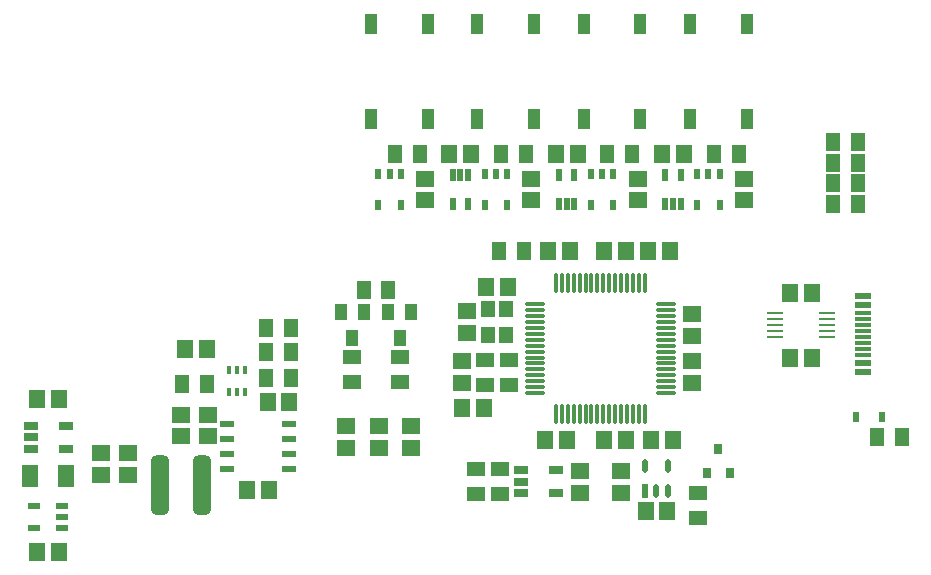
<source format=gtp>
G04*
G04 #@! TF.GenerationSoftware,Altium Limited,Altium Designer,21.0.8 (223)*
G04*
G04 Layer_Color=8421504*
%FSLAX44Y44*%
%MOMM*%
G71*
G04*
G04 #@! TF.SameCoordinates,9BFC2460-0098-4CE8-B359-2686C5D326B4*
G04*
G04*
G04 #@! TF.FilePolarity,Positive*
G04*
G01*
G75*
%ADD16R,1.5000X1.2000*%
%ADD17R,1.2000X1.5000*%
%ADD18R,0.6300X0.8300*%
%ADD19R,0.8000X0.9000*%
%ADD20R,1.4500X1.5000*%
%ADD21R,0.5298X1.1556*%
G04:AMPARAMS|DCode=22|XSize=1.1556mm|YSize=0.5298mm|CornerRadius=0.2649mm|HoleSize=0mm|Usage=FLASHONLY|Rotation=90.000|XOffset=0mm|YOffset=0mm|HoleType=Round|Shape=RoundedRectangle|*
%AMROUNDEDRECTD22*
21,1,1.1556,0.0000,0,0,90.0*
21,1,0.6258,0.5298,0,0,90.0*
1,1,0.5298,0.0000,0.3129*
1,1,0.5298,0.0000,-0.3129*
1,1,0.5298,0.0000,-0.3129*
1,1,0.5298,0.0000,0.3129*
%
%ADD22ROUNDEDRECTD22*%
%ADD23R,1.5000X1.4500*%
G04:AMPARAMS|DCode=24|XSize=0.65mm|YSize=1.2mm|CornerRadius=0.0488mm|HoleSize=0mm|Usage=FLASHONLY|Rotation=90.000|XOffset=0mm|YOffset=0mm|HoleType=Round|Shape=RoundedRectangle|*
%AMROUNDEDRECTD24*
21,1,0.6500,1.1025,0,0,90.0*
21,1,0.5525,1.2000,0,0,90.0*
1,1,0.0975,0.5513,0.2763*
1,1,0.0975,0.5513,-0.2763*
1,1,0.0975,-0.5513,-0.2763*
1,1,0.0975,-0.5513,0.2763*
%
%ADD24ROUNDEDRECTD24*%
%ADD25R,1.1000X1.8000*%
%ADD26R,1.4500X0.6000*%
%ADD27R,1.4500X0.3000*%
G04:AMPARAMS|DCode=28|XSize=1.5mm|YSize=5mm|CornerRadius=0.375mm|HoleSize=0mm|Usage=FLASHONLY|Rotation=180.000|XOffset=0mm|YOffset=0mm|HoleType=Round|Shape=RoundedRectangle|*
%AMROUNDEDRECTD28*
21,1,1.5000,4.2500,0,0,180.0*
21,1,0.7500,5.0000,0,0,180.0*
1,1,0.7500,-0.3750,2.1250*
1,1,0.7500,0.3750,2.1250*
1,1,0.7500,0.3750,-2.1250*
1,1,0.7500,-0.3750,-2.1250*
%
%ADD28ROUNDEDRECTD28*%
%ADD29R,1.2000X1.4000*%
%ADD30R,1.0000X0.6000*%
%ADD31O,1.4000X0.2500*%
%ADD32R,0.4000X0.6500*%
G04:AMPARAMS|DCode=33|XSize=0.55mm|YSize=1.25mm|CornerRadius=0.0495mm|HoleSize=0mm|Usage=FLASHONLY|Rotation=270.000|XOffset=0mm|YOffset=0mm|HoleType=Round|Shape=RoundedRectangle|*
%AMROUNDEDRECTD33*
21,1,0.5500,1.1510,0,0,270.0*
21,1,0.4510,1.2500,0,0,270.0*
1,1,0.0990,-0.5755,-0.2255*
1,1,0.0990,-0.5755,0.2255*
1,1,0.0990,0.5755,0.2255*
1,1,0.0990,0.5755,-0.2255*
%
%ADD33ROUNDEDRECTD33*%
G04:AMPARAMS|DCode=34|XSize=0.55mm|YSize=0.8mm|CornerRadius=0.0495mm|HoleSize=0mm|Usage=FLASHONLY|Rotation=0.000|XOffset=0mm|YOffset=0mm|HoleType=Round|Shape=RoundedRectangle|*
%AMROUNDEDRECTD34*
21,1,0.5500,0.7010,0,0,0.0*
21,1,0.4510,0.8000,0,0,0.0*
1,1,0.0990,0.2255,-0.3505*
1,1,0.0990,-0.2255,-0.3505*
1,1,0.0990,-0.2255,0.3505*
1,1,0.0990,0.2255,0.3505*
%
%ADD34ROUNDEDRECTD34*%
G04:AMPARAMS|DCode=35|XSize=0.45mm|YSize=1.05mm|CornerRadius=0.0495mm|HoleSize=0mm|Usage=FLASHONLY|Rotation=0.000|XOffset=0mm|YOffset=0mm|HoleType=Round|Shape=RoundedRectangle|*
%AMROUNDEDRECTD35*
21,1,0.4500,0.9510,0,0,0.0*
21,1,0.3510,1.0500,0,0,0.0*
1,1,0.0990,0.1755,-0.4755*
1,1,0.0990,-0.1755,-0.4755*
1,1,0.0990,-0.1755,0.4755*
1,1,0.0990,0.1755,0.4755*
%
%ADD35ROUNDEDRECTD35*%
%ADD36O,1.8000X0.3000*%
%ADD37O,0.3000X1.8000*%
%ADD38R,1.3500X1.8500*%
%ADD39R,1.0000X1.4000*%
D16*
X787500Y65500D02*
D03*
Y44500D02*
D03*
X600000Y85500D02*
D03*
Y64500D02*
D03*
X620000D02*
D03*
Y85500D02*
D03*
X535000Y159500D02*
D03*
Y180500D02*
D03*
X495000Y159500D02*
D03*
Y180500D02*
D03*
X627500Y178000D02*
D03*
Y157000D02*
D03*
X607500Y178000D02*
D03*
Y157000D02*
D03*
D17*
X960500Y112500D02*
D03*
X939500D02*
D03*
X531000Y352250D02*
D03*
X552000D02*
D03*
X621000D02*
D03*
X642000D02*
D03*
X711000D02*
D03*
X732000D02*
D03*
X801000D02*
D03*
X822000D02*
D03*
X640500Y270000D02*
D03*
X619500D02*
D03*
X525500Y237500D02*
D03*
X504500D02*
D03*
X422000Y205000D02*
D03*
X443000D02*
D03*
X422000Y185000D02*
D03*
X443000D02*
D03*
X443000Y162500D02*
D03*
X422000D02*
D03*
X371750Y158000D02*
D03*
X350750D02*
D03*
X923000Y310000D02*
D03*
X902000D02*
D03*
X923000Y327500D02*
D03*
X902000D02*
D03*
X923000Y345000D02*
D03*
X902000D02*
D03*
X923000Y362500D02*
D03*
X902000D02*
D03*
D18*
X943650Y130000D02*
D03*
X921350D02*
D03*
D19*
X805000Y102500D02*
D03*
X814500Y82500D02*
D03*
X795500D02*
D03*
D20*
X748250Y110000D02*
D03*
X766750D02*
D03*
X708250D02*
D03*
X726750D02*
D03*
X676750D02*
D03*
X658250D02*
D03*
X743250Y50000D02*
D03*
X761750D02*
D03*
X595750Y352250D02*
D03*
X577250D02*
D03*
X685750D02*
D03*
X667250D02*
D03*
X775750D02*
D03*
X757250D02*
D03*
X884250Y235000D02*
D03*
X865750D02*
D03*
X764250Y270000D02*
D03*
X745750D02*
D03*
X708250D02*
D03*
X726750D02*
D03*
X660750D02*
D03*
X679250D02*
D03*
X608250Y240000D02*
D03*
X626750D02*
D03*
X606750Y137500D02*
D03*
X588250D02*
D03*
X405750Y67500D02*
D03*
X424250D02*
D03*
X246750Y145000D02*
D03*
X228250D02*
D03*
X371750Y187500D02*
D03*
X353250D02*
D03*
X441750Y142500D02*
D03*
X423250D02*
D03*
X228250Y15000D02*
D03*
X246750D02*
D03*
X865750Y180000D02*
D03*
X884250D02*
D03*
D21*
X743000Y66747D02*
D03*
D22*
X752500D02*
D03*
X762000D02*
D03*
Y88253D02*
D03*
X743000D02*
D03*
D23*
X722500Y84250D02*
D03*
Y65750D02*
D03*
X687500D02*
D03*
Y84250D02*
D03*
X782500Y158250D02*
D03*
Y176750D02*
D03*
Y216750D02*
D03*
Y198250D02*
D03*
X592500Y200750D02*
D03*
Y219250D02*
D03*
X587500Y158250D02*
D03*
Y176750D02*
D03*
X305000Y80750D02*
D03*
Y99250D02*
D03*
X282500Y80750D02*
D03*
Y99250D02*
D03*
X350000Y113250D02*
D03*
Y131750D02*
D03*
X372500Y113250D02*
D03*
Y131750D02*
D03*
X545000Y103250D02*
D03*
Y121750D02*
D03*
X517500Y103250D02*
D03*
Y121750D02*
D03*
X490000Y103250D02*
D03*
Y121750D02*
D03*
X826500Y331500D02*
D03*
Y313000D02*
D03*
X736500Y331500D02*
D03*
Y313000D02*
D03*
X646500Y331500D02*
D03*
Y313000D02*
D03*
X556500Y331500D02*
D03*
Y313000D02*
D03*
D24*
X637750Y84500D02*
D03*
Y75000D02*
D03*
Y65500D02*
D03*
X667250D02*
D03*
Y84500D02*
D03*
X252250Y122000D02*
D03*
Y103000D02*
D03*
X222750D02*
D03*
Y112500D02*
D03*
Y122000D02*
D03*
D25*
X690950Y462010D02*
D03*
X738950D02*
D03*
X690950Y382010D02*
D03*
X738950Y382010D02*
D03*
X780950Y462010D02*
D03*
X828950D02*
D03*
X780950Y382010D02*
D03*
X828950Y382010D02*
D03*
X600950Y462010D02*
D03*
X648950D02*
D03*
X600950Y382010D02*
D03*
X648950Y382010D02*
D03*
X510950Y462010D02*
D03*
X558950D02*
D03*
X510950Y382010D02*
D03*
X558950Y382010D02*
D03*
D26*
X927250Y175500D02*
D03*
Y167500D02*
D03*
Y224500D02*
D03*
Y232500D02*
D03*
D27*
Y192500D02*
D03*
Y187500D02*
D03*
Y182500D02*
D03*
Y207500D02*
D03*
Y212500D02*
D03*
Y217500D02*
D03*
Y202500D02*
D03*
Y197500D02*
D03*
D28*
X367500Y72500D02*
D03*
X332500D02*
D03*
D29*
X625500Y199000D02*
D03*
Y221000D02*
D03*
X609500Y199000D02*
D03*
Y221000D02*
D03*
D30*
X225500Y35500D02*
D03*
Y54500D02*
D03*
X249500D02*
D03*
Y45000D02*
D03*
Y35500D02*
D03*
D31*
X897000Y197500D02*
D03*
Y202500D02*
D03*
Y207500D02*
D03*
Y212500D02*
D03*
Y217500D02*
D03*
X853000Y197500D02*
D03*
Y202500D02*
D03*
Y207500D02*
D03*
Y212500D02*
D03*
Y217500D02*
D03*
D32*
X404000Y169500D02*
D03*
X397500D02*
D03*
X391000D02*
D03*
Y150500D02*
D03*
X397500D02*
D03*
X404000D02*
D03*
D33*
X388750Y124050D02*
D03*
Y111350D02*
D03*
Y98650D02*
D03*
Y85950D02*
D03*
X441250Y124050D02*
D03*
Y111350D02*
D03*
Y98650D02*
D03*
Y85950D02*
D03*
D34*
X536000Y335000D02*
D03*
X526500D02*
D03*
X517000D02*
D03*
Y309500D02*
D03*
X536000D02*
D03*
X626000Y335000D02*
D03*
X616500D02*
D03*
X607000D02*
D03*
Y309500D02*
D03*
X626000D02*
D03*
X716000Y335000D02*
D03*
X706500D02*
D03*
X697000D02*
D03*
Y309500D02*
D03*
X716000D02*
D03*
X806000Y335000D02*
D03*
X796500D02*
D03*
X787000D02*
D03*
Y309500D02*
D03*
X806000D02*
D03*
D35*
X593000Y334500D02*
D03*
X586500D02*
D03*
X580000D02*
D03*
Y310000D02*
D03*
X593000D02*
D03*
X670000Y310000D02*
D03*
X676500D02*
D03*
X683000D02*
D03*
Y334500D02*
D03*
X670000D02*
D03*
X760000Y310000D02*
D03*
X766500D02*
D03*
X773000D02*
D03*
Y334500D02*
D03*
X760000D02*
D03*
D36*
X649500Y225000D02*
D03*
Y220000D02*
D03*
Y215000D02*
D03*
Y210000D02*
D03*
Y205000D02*
D03*
Y200000D02*
D03*
Y195000D02*
D03*
Y190000D02*
D03*
Y185000D02*
D03*
Y180000D02*
D03*
Y175000D02*
D03*
Y170000D02*
D03*
Y165000D02*
D03*
Y160000D02*
D03*
Y155000D02*
D03*
Y150000D02*
D03*
X760500D02*
D03*
Y155000D02*
D03*
Y160000D02*
D03*
Y165000D02*
D03*
Y170000D02*
D03*
Y175000D02*
D03*
Y180000D02*
D03*
Y185000D02*
D03*
Y190000D02*
D03*
Y195000D02*
D03*
Y200000D02*
D03*
Y205000D02*
D03*
Y210000D02*
D03*
Y215000D02*
D03*
Y220000D02*
D03*
Y225000D02*
D03*
D37*
X667500Y132000D02*
D03*
X672500D02*
D03*
X677500D02*
D03*
X682500D02*
D03*
X687500D02*
D03*
X692500D02*
D03*
X697500D02*
D03*
X702500D02*
D03*
X707500D02*
D03*
X712500D02*
D03*
X717500D02*
D03*
X722500D02*
D03*
X727500D02*
D03*
X732500D02*
D03*
X737500D02*
D03*
X742500D02*
D03*
Y243000D02*
D03*
X737500D02*
D03*
X732500D02*
D03*
X727500D02*
D03*
X722500D02*
D03*
X717500D02*
D03*
X712500D02*
D03*
X707500D02*
D03*
X702500D02*
D03*
X697500D02*
D03*
X692500D02*
D03*
X687500D02*
D03*
X682500D02*
D03*
X677500D02*
D03*
X672500D02*
D03*
X667500D02*
D03*
D38*
X222250Y80000D02*
D03*
X252750D02*
D03*
D39*
X544500Y218500D02*
D03*
X535000Y196500D02*
D03*
X525500Y218500D02*
D03*
X504500D02*
D03*
X495000Y196500D02*
D03*
X485500Y218500D02*
D03*
M02*

</source>
